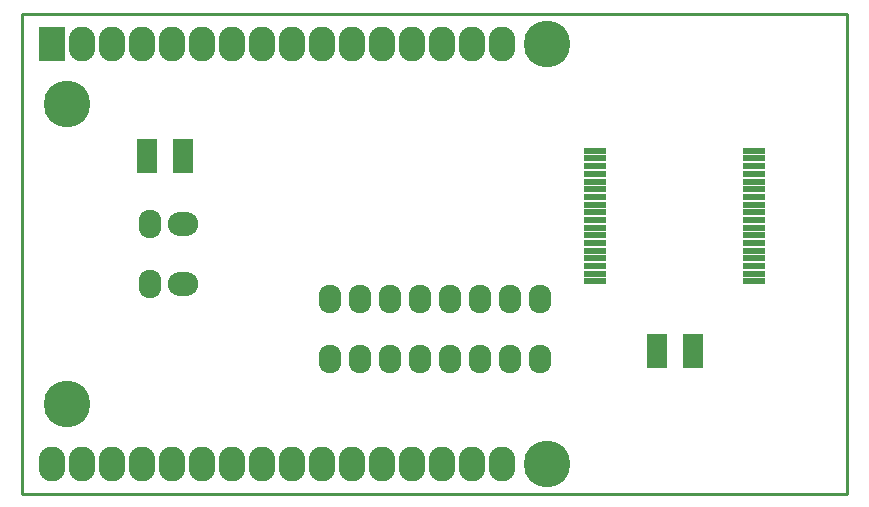
<source format=gbs>
G04 #@! TF.FileFunction,Soldermask,Bot*
%FSLAX46Y46*%
G04 Gerber Fmt 4.6, Leading zero omitted, Abs format (unit mm)*
G04 Created by KiCad (PCBNEW 4.1.0-alpha+201608010716+6997~46~ubuntu16.04.1-product) date Mon Aug  8 14:57:05 2016*
%MOMM*%
%LPD*%
G01*
G04 APERTURE LIST*
%ADD10C,0.100000*%
%ADD11C,0.228600*%
%ADD12R,1.670000X2.940000*%
%ADD13O,1.924000X2.432000*%
%ADD14O,2.559000X2.051000*%
%ADD15R,1.930000X0.550000*%
%ADD16O,2.254200X2.940000*%
%ADD17R,2.254200X2.940000*%
%ADD18C,3.956000*%
G04 APERTURE END LIST*
D10*
D11*
X143510000Y-79375000D02*
X73660000Y-79375000D01*
X143510000Y-120015000D02*
X143510000Y-79375000D01*
X73660000Y-120015000D02*
X143510000Y-120015000D01*
X73660000Y-79375000D02*
X73660000Y-120015000D01*
D12*
X87249000Y-91440000D03*
X84201000Y-91440000D03*
X127381000Y-107950000D03*
X130429000Y-107950000D03*
D13*
X84455000Y-102235000D03*
X84455000Y-97155000D03*
X117475000Y-108585000D03*
X117475000Y-103505000D03*
X114935000Y-108585000D03*
X114935000Y-103505000D03*
X112395000Y-108585000D03*
X112395000Y-103505000D03*
X109855000Y-108585000D03*
X109855000Y-103505000D03*
X107315000Y-108585000D03*
X107315000Y-103505000D03*
X104775000Y-108585000D03*
X104775000Y-103505000D03*
X102235000Y-108585000D03*
X102235000Y-103505000D03*
X99695000Y-108585000D03*
X99695000Y-103505000D03*
D14*
X87274400Y-97155000D03*
X87274400Y-102235000D03*
D15*
X135645000Y-90995000D03*
X135645000Y-91645000D03*
X135645000Y-92295000D03*
X135645000Y-92945000D03*
X135645000Y-93595000D03*
X135645000Y-94245000D03*
X135645000Y-94895000D03*
X135645000Y-95545000D03*
X135645000Y-96195000D03*
X135645000Y-96845000D03*
X135645000Y-97495000D03*
X135645000Y-98145000D03*
X135645000Y-98795000D03*
X135645000Y-99445000D03*
X135645000Y-100095000D03*
X135645000Y-100745000D03*
X135645000Y-101395000D03*
X135645000Y-102045000D03*
X122165000Y-102045000D03*
X122165000Y-101395000D03*
X122165000Y-100745000D03*
X122165000Y-100095000D03*
X122165000Y-99445000D03*
X122165000Y-98795000D03*
X122165000Y-98145000D03*
X122165000Y-97495000D03*
X122165000Y-96845000D03*
X122165000Y-96195000D03*
X122165000Y-95545000D03*
X122165000Y-94895000D03*
X122165000Y-94245000D03*
X122165000Y-93595000D03*
X122165000Y-92945000D03*
X122165000Y-92295000D03*
X122165000Y-91645000D03*
X122165000Y-90995000D03*
D16*
X78740000Y-81915000D03*
X81280000Y-81915000D03*
D17*
X76200000Y-81915000D03*
D16*
X83820000Y-81915000D03*
X86360000Y-81915000D03*
X88900000Y-81915000D03*
X91440000Y-81915000D03*
X93980000Y-81915000D03*
X96520000Y-81915000D03*
X99060000Y-81915000D03*
X101600000Y-81915000D03*
X104140000Y-81915000D03*
X106680000Y-81915000D03*
X109220000Y-81915000D03*
X111760000Y-81915000D03*
X114300000Y-81915000D03*
X114300000Y-117475000D03*
X111760000Y-117475000D03*
X109220000Y-117475000D03*
X106680000Y-117475000D03*
X104140000Y-117475000D03*
X101600000Y-117475000D03*
X99060000Y-117475000D03*
X96520000Y-117475000D03*
X93980000Y-117475000D03*
X91440000Y-117475000D03*
X88900000Y-117475000D03*
X86360000Y-117475000D03*
X83820000Y-117475000D03*
X81280000Y-117475000D03*
X78740000Y-117475000D03*
X76200000Y-117475000D03*
D18*
X77470000Y-86995000D03*
X77470000Y-112395000D03*
X118110000Y-117475000D03*
X118110000Y-81915000D03*
M02*

</source>
